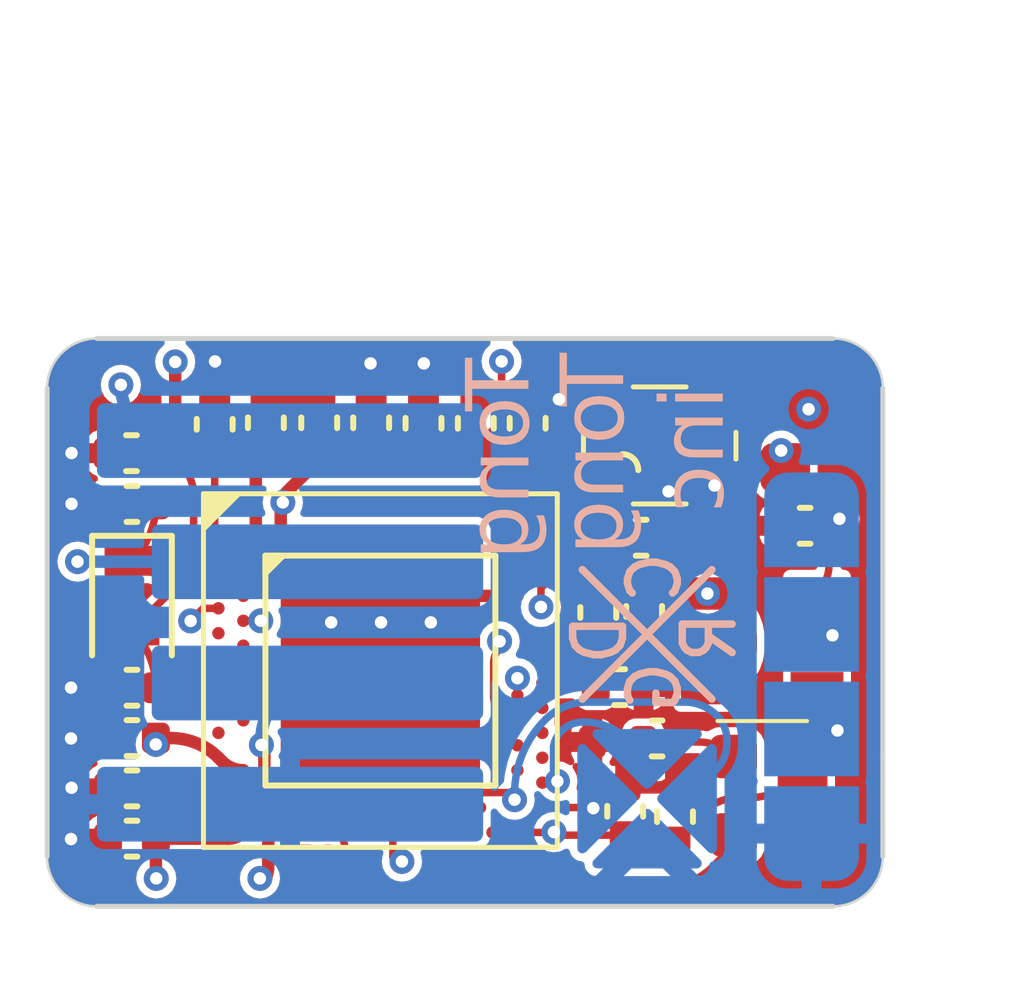
<source format=kicad_pcb>
(kicad_pcb (version 20221018) (generator pcbnew)
  (layers (0 "F.Cu" signal) (1 "In1.Cu" signal) (2 "In2.Cu" signal) (31 "B.Cu" signal) (34 "B.Paste" user) (35 "F.Paste" user) (36 "B.SilkS" user "B.Silkscreen") (37 "F.SilkS" user "F.Silkscreen") (38 "B.Mask" user) (39 "F.Mask" user) (44 "Edge.Cuts" user))
  (net 0 "")
  (net 1 "GND")
  (net 2 "Net-(U1-XC1)")
  (net 3 "Net-(U1-XC2)")
  (net 4 "Net-(U1-ANT)")
  (net 5 "VDD_nRF")
  (net 6 "Net-(U1-DEC1)")
  (net 7 "Net-(U1-DEC5)")
  (net 8 "Net-(U1-DEC4)")
  (net 9 "Net-(U1-DEC3)")
  (net 10 "Net-(U1-XL1{slash}P0.00)")
  (net 11 "Net-(U1-XL2{slash}P0.01)")
  (net 12 "VBUS")
  (net 13 "Net-(U1-DECUSB)")
  (net 14 "BLUE_LED")
  (net 15 "Net-(D1-K)")
  (net 16 "Net-(J1-D-)")
  (net 17 "Net-(L2-Pad1)")
  (net 18 "Net-(J1-D+)")
  (net 19 "Net-(U1-DCC)")
  (net 26 "swc")
  (net 31 "Net-(U1-P0.18{slash}~{RESET})")
  (net 34 "swd")
  (net 49 "P0.26")
  (net 50 "P0.27")
  (net 63 "P1.02")
  (net 64 "P1.01")
  (net 68 "P1.05")
  (net 69 "P1.07")
  (footprint "Library:Resistor_0402_1005M-nosilk" (layer "F.Cu") (at 177.45 90.1)
    (fp_text reference "R1" hide)
    (fp_text value "1.5k")
    (pad "1" smd roundrect (at -0.51 0) (size 0.54 0.64) (layers "F.Cu" "F.Paste" "F.Mask") (net 1 "GND"))
    (pad "2" smd roundrect (at 0.51 0) (size 0.54 0.64) (layers "F.Cu" "F.Paste" "F.Mask") (net 15 "Net-(D1-K)"))
  )
  (footprint "Capacitor_SMD:C_0402_1005Metric" (layer "F.Cu") (at 177.6 91.492132 -90)
    (fp_text reference "C8" hide)
    (fp_text value "100nF")
    (pad "1" smd roundrect (at -0.48 0 270) (size 0.56 0.62) (layers "F.Cu" "F.Paste" "F.Mask") (net 1 "GND"))
    (pad "2" smd roundrect (at 0.48 0 270) (size 0.56 0.62) (layers "F.Cu" "F.Paste" "F.Mask") (net 5 "VDD_nRF"))
  )
  (footprint "Capacitor_SMD:C_0402_1005Metric" (layer "F.Cu") (at 169.36278 83.722132 90)
    (fp_text reference "C14" hide)
    (fp_text value "1uF")
    (pad "1" smd roundrect (at -0.48 0 90) (size 0.56 0.62) (layers "F.Cu" "F.Paste" "F.Mask") (net 5 "VDD_nRF"))
    (pad "2" smd roundrect (at 0.48 0 90) (size 0.56 0.62) (layers "F.Cu" "F.Paste" "F.Mask") (net 1 "GND"))
  )
  (footprint "Capacitor_SMD:C_0402_1005Metric" (layer "F.Cu") (at 167.70278 92.042132 180)
    (fp_text reference "C21" hide)
    (fp_text value "4.7uF")
    (pad "1" smd roundrect (at -0.48 0 180) (size 0.56 0.62) (layers "F.Cu" "F.Paste" "F.Mask") (net 12 "VBUS"))
    (pad "2" smd roundrect (at 0.48 0 180) (size 0.56 0.62) (layers "F.Cu" "F.Paste" "F.Mask") (net 1 "GND"))
  )
  (footprint "Capacitor_SMD:C_0402_1005Metric" (layer "F.Cu") (at 167.70278 89.012132 180)
    (fp_text reference "C18" hide)
    (fp_text value "12pF")
    (pad "1" smd roundrect (at -0.48 0 180) (size 0.56 0.62) (layers "F.Cu" "F.Paste" "F.Mask") (net 11 "Net-(U1-XL2{slash}P0.01)"))
    (pad "2" smd roundrect (at 0.48 0 180) (size 0.56 0.62) (layers "F.Cu" "F.Paste" "F.Mask") (net 1 "GND"))
  )
  (footprint "Capacitor_SMD:C_0402_1005Metric" (layer "F.Cu") (at 167.70278 85.322132 180)
    (fp_text reference "C17" hide)
    (fp_text value "12pF")
    (pad "1" smd roundrect (at -0.48 0 180) (size 0.56 0.62) (layers "F.Cu" "F.Paste" "F.Mask") (net 10 "Net-(U1-XL1{slash}P0.00)"))
    (pad "2" smd roundrect (at 0.48 0 180) (size 0.56 0.62) (layers "F.Cu" "F.Paste" "F.Mask") (net 1 "GND"))
  )
  (footprint "Inductor_SMD:L_0402_1005Metric" (layer "F.Cu") (at 170.40278 83.702132 -90)
    (fp_text reference "L2" hide)
    (fp_text value "10uH")
    (pad "1" smd roundrect (at -0.485 0 270) (size 0.59 0.64) (layers "F.Cu" "F.Paste" "F.Mask") (net 17 "Net-(L2-Pad1)"))
    (pad "2" smd roundrect (at 0.485 0 270) (size 0.59 0.64) (layers "F.Cu" "F.Paste" "F.Mask") (net 19 "Net-(U1-DCC)"))
  )
  (footprint "" (layer "F.Cu") (at 180.81 84.6)
    (fp_text reference "" (at 0 0) (layer "F.SilkS") (effects (font (size 1.27 1.27))))
    (fp_text value "" (at 0 0) (layer "F.SilkS") (effects (font (size 1.27 1.27))))
    (pad "5" smd roundrect (at 0 0 180) (size 1 1) (layers "F.Cu" "F.Paste" "F.Mask") (net 68 "P1.05"))
  )
  (footprint "" (layer "F.Cu") (at 181.29 83.4)
    (fp_text reference "" (at 0 0) (layer "F.SilkS") (effects (font (size 1.27 1.27))))
    (fp_text value "" (at 0 0) (layer "F.SilkS") (effects (font (size 1.27 1.27))))
    (pad "5" smd roundrect (at 0 0 180) (size 1 1) (layers "F.Cu" "F.Paste" "F.Mask") (net 69 "P1.07"))
  )
  (footprint "Capacitor_SMD:C_0402_1005Metric" (layer "F.Cu") (at 173.55278 83.702132 90)
    (fp_text reference "C15" hide)
    (fp_text value "1uF")
    (pad "1" smd roundrect (at -0.48 0 90) (size 0.56 0.62) (layers "F.Cu" "F.Paste" "F.Mask") (net 8 "Net-(U1-DEC4)"))
    (pad "2" smd roundrect (at 0.48 0 90) (size 0.56 0.62) (layers "F.Cu" "F.Paste" "F.Mask") (net 1 "GND"))
  )
  (footprint "Inductor_SMD:L_0402_1005Metric" (layer "F.Cu") (at 171.46278 83.712132 90)
    (fp_text reference "L3" hide)
    (fp_text value "15nH")
    (pad "1" smd roundrect (at -0.485 0 90) (size 0.59 0.64) (layers "F.Cu" "F.Paste" "F.Mask") (net 8 "Net-(U1-DEC4)"))
    (pad "2" smd roundrect (at 0.485 0 90) (size 0.59 0.64) (layers "F.Cu" "F.Paste" "F.Mask") (net 17 "Net-(L2-Pad1)"))
  )
  (footprint "Capacitor_SMD:C_0402_1005Metric" (layer "F.Cu") (at 177.49 89 180)
    (fp_text reference "C9" hide)
    (fp_text value "820pF")
    (pad "1" smd roundrect (at -0.48 0 180) (size 0.56 0.62) (layers "F.Cu" "F.Paste" "F.Mask") (net 1 "GND"))
    (pad "2" smd roundrect (at 0.48 0 180) (size 0.56 0.62) (layers "F.Cu" "F.Paste" "F.Mask") (net 7 "Net-(U1-DEC5)"))
  )
  (footprint "Library:crystal 32mhz" (layer "F.Cu") (at 178.29278 84.152132)
    (fp_text reference "X1" hide)
    (fp_text value "32MHZ")
    (pad "1" smd roundrect (at -1.1 0.8) (size 1 0.9) (layers "F.Cu" "F.Paste" "F.Mask") (roundrect_rratio 0.1666666667) (net 2 "Net-(U1-XC1)"))
    (pad "2" smd roundrect (at 1.1 0.8) (size 1 0.9) (layers "F.Cu" "F.Paste" "F.Mask") (roundrect_rratio 0.1666666667) (net 1 "GND"))
    (pad "3" smd roundrect (at 1.1 -0.8) (size 1 0.9) (layers "F.Cu" "F.Paste" "F.Mask") (roundrect_rratio 0.1666666667) (net 3 "Net-(U1-XC2)"))
    (pad "4" smd roundrect (at -1.1 -0.8) (size 1 0.9) (layers "F.Cu" "F.Paste" "F.Mask") (roundrect_rratio 0.1666666667) (net 1 "GND"))
  )
  (footprint "Library:USB_Intergrated" (layer "F.Cu") (at 166 82 90)
    (fp_text reference "J1" hide)
    (fp_text value "USB_A")
    (pad "1" smd roundrect (at -2.05 4.875 270) (size 1.5 7.75) (layers "B.Cu" "B.Paste" "B.Mask") (roundrect_rratio 0.1) (net 12 "VBUS"))
    (pad "2" smd roundrect (at -4.483 5.425 270) (size 1.5 6.65) (layers "B.Cu" "B.Paste" "B.Mask") (roundrect_rratio 0.1) (net 16 "Net-(J1-D-)"))
    (pad "3" smd roundrect (at -6.917 5.425 270) (size 1.5 6.65) (layers "B.Cu" "B.Paste" "B.Mask") (roundrect_rratio 0.1) (net 18 "Net-(J1-D+)"))
    (pad "4" smd roundrect (at -9.35 4.875 270) (size 1.5 7.75) (layers "B.Cu" "B.Paste" "B.Mask") (roundrect_rratio 0.1) (net 1 "GND"))
  )
  (footprint "Capacitor_SMD:C_0402_1005Metric" (layer "F.Cu") (at 175.64278 83.702132 -90)
    (fp_text reference "C2" hide)
    (fp_text value "12pF")
    (pad "1" smd roundrect (at -0.48 0 270) (size 0.56 0.62) (layers "F.Cu" "F.Paste" "F.Mask") (net 1 "GND"))
    (pad "2" smd roundrect (at 0.48 0 270) (size 0.56 0.62) (layers "F.Cu" "F.Paste" "F.Mask") (net 3 "Net-(U1-XC2)"))
  )
  (footprint "Library:Debug pin cluster" (layer "F.Cu") (at 172.54 81.94 90)
    (fp_text reference "U4" hide)
    (fp_text value "debug_ports")
    (fp_text user "G" (at -7.06 5.650668 90 unlocked) (layer "B.SilkS") (effects (justify mirror)))
    (fp_text user "R" (at -6.055146 6.750668 90 unlocked) (layer "B.SilkS") (effects (justify mirror)))
    (fp_text user "inc" (at -2.28 6.5 90 unlocked) (layer "B.SilkS") (effects (font (size 1.25 1.25)) (justify mirror)))
    (fp_text user "Tong" (at -2.38 4.5 90 unlocked) (layer "B.SilkS") (effects (font (size 1.25 1.25)) (justify mirror)))
    (fp_text user "C" (at -4.86 5.650668 90 unlocked) (layer "B.SilkS") (effects (justify mirror)))
    (fp_text user "Tong" (at -2.48 2.6 90 unlocked) (layer "B.SilkS") (effects (font (size 1.25 1.25)) (justify mirror)))
    (fp_text user "D" (at -6.1 4.550668 90 unlocked) (layer "B.SilkS") (effects (justify mirror)))
    (pad "1" smd roundrect (at -10 8.8 180) (size 1.9 1.9) (layers "B.Cu" "B.Paste" "B.Mask") (chamfer_ratio 0) (chamfer bottom_left bottom_right) (net 1 "GND"))
    (pad "2" smd roundrect (at -7.9 8.8) (size 1.9 1.9) (layers "B.Cu" "B.Paste" "B.Mask") (chamfer_ratio 0) (chamfer top_left top_right bottom_left bottom_right) (net 49 "P0.26"))
    (pad "3" smd roundrect (at -5.8 8.8) (size 1.9 1.9) (layers "B.Cu" "B.Paste" "B.Mask") (chamfer_ratio 0) (chamfer top_left top_right bottom_left bottom_right) (net 50 "P0.27"))
    (pad "4" smd roundrect (at -3.7 8.8) (size 1.9 1.9) (layers "B.Cu" "B.Paste" "B.Mask") (chamfer_ratio 0) (chamfer bottom_left bottom_right) (net 5 "VDD_nRF"))
    (pad "5" smd custom (at -9.3 4.7 90) (size 0.5 0.5) (layers "B.Cu" "B.Paste" "B.Mask") (net 34 "swd") (options (clearance outline) (anchor rect)) (primitives (gr_poly (pts (xy -1 -0.5) (xy 1 -0.5) (xy 0 0.5)) (width 0.2) (fill yes))))
    (pad "6" smd custom (at -8.5 5.5) (size 0.5 0.5) (layers "B.Cu" "B.Paste" "B.Mask") (net 26 "swc") (options (clearance outline) (anchor rect)) (primitives (gr_poly (pts (xy -1 -0.5) (xy 1 -0.5) (xy 0 0.5)) (width 0.2) (fill yes))))
    (pad "7" smd custom (at -9.3 6.3 270) (size 0.5 0.5) (layers "B.Cu" "B.Paste" "B.Mask") (net 31 "Net-(U1-P0.18{slash}~{RESET})") (options (clearance outline) (anchor rect)) (primitives (gr_poly (pts (xy -1 -0.5) (xy 1 -0.5) (xy 0 0.5)) (width 0.2) (fill yes))))
    (pad "8" smd custom (at -10.1 5.5 180) (size 0.5 0.5) (layers "B.Cu" "B.Paste" "B.Mask") (net 1 "GND") (options (clearance outline) (anchor rect)) (primitives (gr_poly (pts (xy -1 -0.5) (xy 1 -0.5) (xy 0 0.5)) (width 0.2) (fill yes))))
  )
  (footprint "Capacitor_SMD:C_0402_1005Metric" (layer "F.Cu") (at 177.98 87.48 -90)
    (fp_text reference "C13" hide)
    (fp_text value "1uF")
    (pad "1" smd roundrect (at -0.48 0 270) (size 0.56 0.62) (layers "F.Cu" "F.Paste" "F.Mask") (net 12 "VBUS"))
    (pad "2" smd roundrect (at 0.48 0 270) (size 0.56 0.62) (layers "F.Cu" "F.Paste" "F.Mask") (net 1 "GND"))
  )
  (footprint "Capacitor_SMD:C_0402_1005Metric" (layer "F.Cu") (at 167.69278 84.302132 180)
    (fp_text reference "C5" hide)
    (fp_text value "100nF")
    (pad "1" smd roundrect (at -0.48 0 180) (size 0.56 0.62) (layers "F.Cu" "F.Paste" "F.Mask") (net 6 "Net-(U1-DEC1)"))
    (pad "2" smd roundrect (at 0.48 0 180) (size 0.56 0.62) (layers "F.Cu" "F.Paste" "F.Mask") (net 1 "GND"))
  )
  (footprint "Capacitor_SMD:C_0402_1005Metric" (layer "F.Cu") (at 167.70278 90.022132)
    (fp_text reference "C6" hide)
    (fp_text value "4.7uF")
    (pad "1" smd roundrect (at -0.48 0) (size 0.56 0.62) (layers "F.Cu" "F.Paste" "F.Mask") (net 1 "GND"))
    (pad "2" smd roundrect (at 0.48 0) (size 0.56 0.62) (layers "F.Cu" "F.Paste" "F.Mask") (net 5 "VDD_nRF"))
  )
  (footprint "Library:AQFN-73-1EP_7x7mm_P0.5mm_NRF52840-custom" (layer "F.Cu") (at 172.68778 88.667132)
    (fp_text reference "U1" hide)
    (fp_text value "nRF52840_aQFN73")
    (pad "A8" smd circle (at -1.25 -3.25 180) (size 0.25 0.25) (layers "F.Cu" "F.Paste" "F.Mask"))
    (pad "A10" smd circle (at -0.75 -3.25 180) (size 0.25 0.25) (layers "F.Cu" "F.Paste" "F.Mask"))
    (pad "A12" smd circle (at -0.25 -3.25 180) (size 0.25 0.25) (layers "F.Cu" "F.Paste" "F.Mask"))
    (pad "A14" smd circle (at 0.25 -3.25 180) (size 0.25 0.25) (layers "F.Cu" "F.Paste" "F.Mask"))
    (pad "A16" smd circle (at 0.75 -3.25 180) (size 0.25 0.25) (layers "F.Cu" "F.Paste" "F.Mask"))
    (pad "A18" smd circle (at 1.25 -3.25 180) (size 0.25 0.25) (layers "F.Cu" "F.Paste" "F.Mask"))
    (pad "A20" smd circle (at 1.75 -3.25 180) (size 0.25 0.25) (layers "F.Cu" "F.Paste" "F.Mask"))
    (pad "A22" smd circle (at 2.25 -3.25 180) (size 0.25 0.25) (layers "F.Cu" "F.Paste" "F.Mask") (net 5 "VDD_nRF"))
    (pad "A23" smd circle (at 2.75 -3.25 180) (size 0.25 0.25) (layers "F.Cu" "F.Paste" "F.Mask") (net 3 "Net-(U1-XC2)"))
    (pad "AA24" smd circle (at 3.25 2.25 180) (size 0.25 0.25) (layers "F.Cu" "F.Paste" "F.Mask") (net 26 "swc"))
    (pad "AB2" smd circle (at -2.75 2.5 180) (size 0.25 0.25) (layers "F.Cu" "F.Paste" "F.Mask"))
    (pad "AC5" smd circle (at -2 2.75 180) (size 0.25 0.25) (layers "F.Cu" "F.Paste" "F.Mask") (net 13 "Net-(U1-DECUSB)"))
    (pad "AC9" smd circle (at -1 2.75 180) (size 0.25 0.25) (layers "F.Cu" "F.Paste" "F.Mask"))
    (pad "AC11" smd circle (at -0.5 2.75 180) (size 0.25 0.25) (layers "F.Cu" "F.Paste" "F.Mask"))
    (pad "AC13" smd circle (at 0 2.75 180) (size 0.25 0.25) (layers "F.Cu" "F.Paste" "F.Mask") (net 31 "Net-(U1-P0.18{slash}~{RESET})"))
    (pad "AC15" smd circle (at 0.5 2.75 180) (size 0.25 0.25) (layers "F.Cu" "F.Paste" "F.Mask"))
    (pad "AC17" smd circle (at 1 2.75 180) (size 0.25 0.25) (layers "F.Cu" "F.Paste" "F.Mask"))
    (pad "AC19" smd circle (at 1.5 2.75 180) (size 0.25 0.25) (layers "F.Cu" "F.Paste" "F.Mask"))
    (pad "AC21" smd circle (at 2 2.75 180) (size 0.25 0.25) (layers "F.Cu" "F.Paste" "F.Mask"))
    (pad "AC24" smd circle (at 3.25 2.75 180) (size 0.25 0.25) (layers "F.Cu" "F.Paste" "F.Mask") (net 34 "swd"))
    (pad "AD2" smd circle (at -2.75 3.25 180) (size 0.25 0.25) (layers "F.Cu" "F.Paste" "F.Mask") (net 12 "VBUS"))
    (pad "AD4" smd circle (at -2.25 3.25 180) (size 0.25 0.25) (layers "F.Cu" "F.Paste" "F.Mask") (net 16 "Net-(J1-D-)"))
    (pad "AD6" smd circle (at -1.75 3.25 180) (size 0.25 0.25) (layers "F.Cu" "F.Paste" "F.Mask") (net 18 "Net-(J1-D+)"))
    (pad "AD8" smd circle (at -1.25 3.25 180) (size 0.25 0.25) (layers "F.Cu" "F.Paste" "F.Mask"))
    (pad "AD10" smd circle (at -0.75 3.25 180) (size 0.25 0.25) (layers "F.Cu" "F.Paste" "F.Mask") (net 14 "BLUE_LED"))
    (pad "AD12" smd circle (at -0.25 3.25 180) (size 0.25 0.25) (layers "F.Cu" "F.Paste" "F.Mask"))
    (pad "AD14" smd circle (at 0.25 3.25 180) (size 0.25 0.25) (layers "F.Cu" "F.Paste" "F.Mask") (net 5 "VDD_nRF"))
    (pad "AD16" smd circle (at 0.75 3.25 180) (size 0.25 0.25) (layers "F.Cu" "F.Paste" "F.Mask"))
    (pad "AD18" smd circle (at 1.25 3.25 180) (size 0.25 0.25) (layers "F.Cu" "F.Paste" "F.Mask"))
    (pad "AD20" smd circle (at 1.75 3.25 180) (size 0.25 0.25) (layers "F.Cu" "F.Paste" "F.Mask"))
    (pad "AD22" smd circle (at 2.25 3.25 180) (size 0.25 0.25) (layers "F.Cu" "F.Paste" "F.Mask"))
    (pad "AD23" smd circle (at 2.75 3.25 180) (size 0.25 0.25) (layers "F.Cu" "F.Paste" "F.Mask") (net 5 "VDD_nRF"))
    (pad "B1" smd circle (at -3.25 -2.75 180) (size 0.25 0.25) (layers "F.Cu" "F.Paste" "F.Mask") (net 5 "VDD_nRF"))
    (pad "B3" smd circle (at -2.5 -2.75 180) (size 0.25 0.25) (layers "F.Cu" "F.Paste" "F.Mask") (net 19 "Net-(U1-DCC)"))
    (pad "B5" smd circle (at -2 -2.75 180) (size 0.25 0.25) (layers "F.Cu" "F.Paste" "F.Mask") (net 8 "Net-(U1-DEC4)"))
    (pad "B7" smd circle (at -1.5 -2.75 180) (size 0.25 0.25) (layers "F.Cu" "F.Paste" "F.Mask") (net 1 "GND"))
    (pad "B9" smd circle (at -1 -2.75 180) (size 0.25 0.25) (layers "F.Cu" "F.Paste" "F.Mask"))
    (pad "B11" smd circle (at -0.5 -2.75 180) (size 0.25 0.25) (layers "F.Cu" "F.Paste" "F.Mask"))
    (pad "B13" smd circle (at 0 -2.75 180) (size 0.25 0.25) (layers "F.Cu" "F.Paste" "F.Mask"))
    (pad "B15" smd circle (at 0.5 -2.75 180) (size 0.25 0.25) (layers "F.Cu" "F.Paste" "F.Mask"))
    (pad "B17" smd circle (at 1 -2.75 180) (size 0.25 0.25) (layers "F.Cu" "F.Paste" "F.Mask"))
    (pad "B19" smd circle (at 1.5 -2.75 180) (size 0.25 0.25) (layers "F.Cu" "F.Paste" "F.Mask"))
    (pad "B24" smd circle (at 3.25 -2.75 180) (size 0.25 0.25) (layers "F.Cu" "F.Paste" "F.Mask") (net 2 "Net-(U1-XC1)"))
    (pad "C1" smd circle (at -3.25 -2.25 180) (size 0.25 0.25) (layers "F.Cu" "F.Paste" "F.Mask") (net 6 "Net-(U1-DEC1)"))
    (pad "D2" smd circle (at -2.75 -2 180) (size 0.25 0.25) (layers "F.Cu" "F.Paste" "F.Mask") (net 10 "Net-(U1-XL1{slash}P0.00)"))
    (pad "D23" smd circle (at 2.75 -2 180) (size 0.25 0.25) (layers "F.Cu" "F.Paste" "F.Mask") (net 9 "Net-(U1-DEC3)"))
    (pad "E24" smd circle (at 3.25 -1.75 180) (size 0.25 0.25) (layers "F.Cu" "F.Paste" "F.Mask") (net 8 "Net-(U1-DEC4)"))
    (pad "EP" smd rect (at 0 0 180) (size 4 4) (layers "F.Cu" "F.Mask") (net 1 "GND"))
    (pad "F2" smd circle (at -2.75 -1.5 180) (size 0.25 0.25) (layers "F.Cu" "F.Paste" "F.Mask") (net 11 "Net-(U1-XL2{slash}P0.01)"))
    (pad "F23" smd circle (at 2.75 -1.5 180) (size 0.25 0.25) (layers "F.Cu" "F.Paste" "F.Mask") (net 1 "GND"))
    (pad "G1" smd circle (at -3.25 -1.25 180) (size 0.25 0.25) (layers "F.Cu" "F.Paste" "F.Mask") (net 49 "P0.26"))
    (pad "H2" smd circle (at -2.75 -1 180) (size 0.25 0.25) (layers "F.Cu" "F.Paste" "F.Mask") (net 50 "P0.27"))
    (pad "H23" smd circle (at 2.75 -1 180) (size 0.25 0.25) (layers "F.Cu" "F.Paste" "F.Mask") (net 4 "Net-(U1-ANT)"))
    (pad "J1" smd circle (at -3.25 -0.75 180) (size 0.25 0.25) (layers "F.Cu" "F.Paste" "F.Mask"))
    (pad "J24" smd circle (at 3.25 -0.75 180) (size 0.25 0.25) (layers "F.Cu" "F.Paste" "F.Mask"))
    (pad "K2" smd circle (at -2.75 -0.5 180) (size 0.25 0.25) (layers "F.Cu" "F.Paste" "F.Mask"))
    (pad "L1" smd circle (at -3.25 -0.25 180) (size 0.25 0.25) (layers "F.Cu" "F.Paste" "F.Mask"))
    (pad "L24" smd circle (at 3.25 -0.25 180) (size 0.25 0.25) (layers "F.Cu" "F.Paste" "F.Mask"))
    (pad "M2" smd circle (at -2.75 0 180) (size 0.25 0.25) (layers "F.Cu" "F.Paste" "F.Mask"))
    (pad "N1" smd circle (at -3.25 0.25 180) (size 0.25 0.25) (layers "F.Cu" "F.Paste" "F.Mask"))
    (pad "N24" smd circle (at 3.25 0.25 180) (size 0.25 0.25) (layers "F.Cu" "F.Paste" "F.Mask") (net 7 "Net-(U1-DEC5)"))
    (pad "P2" smd circle (at -2.75 0.5 180) (size 0.25 0.25) (layers "F.Cu" "F.Paste" "F.Mask"))
    (pad "P23" smd circle (at 2.75 0.5 180) (size 0.25 0.25) (layers "F.Cu" "F.Paste" "F.Mask") (net 69 "P1.07"))
    (pad "R1" smd circle (at -3.25 0.75 180) (size 0.25 0.25) (layers "F.Cu" "F.Paste" "F.Mask"))
    (pad "R24" smd circle (at 3.25 0.75 180) (size 0.25 0.25) (layers "F.Cu" "F.Paste" "F.Mask"))
    (pad "T2" smd circle (at -2.75 1 180) (size 0.25 0.25) (layers "F.Cu" "F.Paste" "F.Mask"))
    (pad "T23" smd circle (at 2.75 1 180) (size 0.25 0.25) (layers "F.Cu" "F.Paste" "F.Mask") (net 68 "P1.05"))
    (pad "U1" smd circle (at -3.25 1.25 180) (size 0.25 0.25) (layers "F.Cu" "F.Paste" "F.Mask"))
    (pad "U24" smd circle (at 3.25 1.25 180) (size 0.25 0.25) (layers "F.Cu" "F.Paste" "F.Mask"))
    (pad "V23" smd circle (at 2.75 1.5 180) (size 0.25 0.25) (layers "F.Cu" "F.Paste" "F.Mask"))
    (pad "W1" smd circle (at -3.25 1.75 180) (size 0.25 0.25) (layers "F.Cu" "F.Paste" "F.Mask") (net 5 "VDD_nRF"))
    (pad "W24" smd circle (at 3.25 1.75 180) (size 0.25 0.25) (layers "F.Cu" "F.Paste" "F.Mask") (net 63 "P1.02"))
    (pad "Y2" smd circle (at -2.75 2 180) (size 0.25 0.25) (layers "F.Cu" "F.Paste" "F.Mask") (net 5 "VDD_nRF"))
    (pad "Y23" smd circle (at 2.75 2 180) (size 0.25 0.25) (layers "F.Cu" "F.Paste" "F.Mask") (net 64 "P1.01"))
  )
  (footprint "Library:LED_0603_1608Metric-nosilk" (layer "F.Cu") (at 179.77 91.18 -90)
    (fp_text reference "D1" hide)
    (fp_text value "BLUE" hide)
    (pad "1" smd roundrect (at -0.7875 0 270) (size 0.875 0.95) (layers "F.Cu" "F.Paste" "F.Mask") (net 15 "Net-(D1-K)"))
    (pad "2" smd roundrect (at 0.7875 0 270) (size 0.875 0.95) (layers "F.Cu" "F.Paste" "F.Mask") (net 14 "BLUE_LED"))
  )
  (footprint "" (layer "F.Cu") (at 181.16 90.73 180)
    (fp_text reference "" hide)
    (fp_text value "" (at 0 0) (layer "F.SilkS") (effects (font (size 1.27 1.27))))
    (pad "5" smd roundrect (at 0 0 180) (size 1 1) (layers "F.Cu" "F.Paste" "F.Mask") (net 5 "VDD_nRF"))
  )
  (footprint "Capacitor_SMD:C_0402_1005Metric" (layer "F.Cu") (at 177.06 87.5 90)
    (fp_text reference "C11" hide)
    (fp_text value "100pF")
    (pad "1" smd roundrect (at -0.48 0 90) (size 0.56 0.62) (layers "F.Cu" "F.Paste" "F.Mask") (net 1 "GND"))
    (pad "2" smd roundrect (at 0.48 0 90) (size 0.56 0.62) (layers "F.Cu" "F.Paste" "F.Mask") (net 9 "Net-(U1-DEC3)"))
  )
  (footprint "" (layer "F.Cu") (at 181.16 91.93 180)
    (fp_text reference "" hide)
    (fp_text value "" (at 0 0) (layer "F.SilkS") (effects (font (size 1.27 1.27))))
    (pad "5" smd roundrect (at 0 0 180) (size 1 1) (layers "F.Cu" "F.Paste" "F.Mask") (net 1 "GND"))
  )
  (footprint "Capacitor_SMD:C_0402_1005Metric" (layer "F.Cu") (at 178.6 91.6 -90)
    (fp_text reference "C7" hide)
    (fp_text value "100nF")
    (pad "1" smd roundrect (at -0.48 0 270) (size 0.56 0.62) (layers "F.Cu" "F.Paste" "F.Mask") (net 1 "GND"))
    (pad "2" smd roundrect (at 0.48 0 270) (size 0.56 0.62) (layers "F.Cu" "F.Paste" "F.Mask") (net 5 "VDD_nRF"))
  )
  (footprint "Crystal:Crystal_SMD_2012-2Pin_2.0x1.2mm" (layer "F.Cu") (at 167.70278 87.162132 -90)
    (fp_text reference "X2" hide)
    (fp_text value "32.768 kHz")
    (pad "1" smd rect (at -0.7 0 270) (size 0.6 1.1) (layers "F.Cu" "F.Paste" "F.Mask") (net 10 "Net-(U1-XL1{slash}P0.00)"))
    (pad "2" smd rect (at 0.7 0 270) (size 0.6 1.1) (layers "F.Cu" "F.Paste" "F.Mask") (net 11 "Net-(U1-XL2{slash}P0.01)"))
  )
  (footprint "Capacitor_SMD:C_0402_1005Metric" (layer "F.Cu") (at 174.60278 83.702132 90)
    (fp_text reference "C12" hide)
    (fp_text value "100nF")
    (pad "1" smd roundrect (at -0.48 0 90) (size 0.56 0.62) (layers "F.Cu" "F.Paste" "F.Mask") (net 5 "VDD_nRF"))
    (pad "2" smd roundrect (at 0.48 0 90) (size 0.56 0.62) (layers "F.Cu" "F.Paste" "F.Mask") (net 1 "GND"))
  )
  (footprint "Capacitor_SMD:C_0402_1005Metric" (layer "F.Cu") (at 167.70278 91.032132)
    (fp_text reference "C20" hide)
    (fp_text value "4.7uF")
    (pad "1" smd roundrect (at -0.48 0) (size 0.56 0.62) (layers "F.Cu" "F.Paste" "F.Mask") (net 1 "GND"))
    (pad "2" smd roundrect (at 0.48 0) (size 0.56 0.62) (layers "F.Cu" "F.Paste" "F.Mask") (net 13 "Net-(U1-DECUSB)"))
  )
  (footprint "Capacitor_SMD:C_0402_1005Metric" (layer "F.Cu") (at 177.92 86 180)
    (fp_text reference "C1" hide)
    (fp_text value "12pF")
    (pad "1" smd roundrect (at -0.48 0 180) (size 0.56 0.62) (layers "F.Cu" "F.Paste" "F.Mask") (net 1 "GND"))
    (pad "2" smd roundrect (at 0.48 0 180) (size 0.56 0.62) (layers "F.Cu" "F.Paste" "F.Mask") (net 2 "Net-(U1-XC1)"))
  )
  (footprint "Capacitor_SMD:C_0402_1005Metric" (layer "F.Cu") (at 172.50278 83.692132 90)
    (fp_text reference "C10" hide)
    (fp_text value "47nF")
    (pad "1" smd roundrect (at -0.48 0 90) (size 0.56 0.62) (layers "F.Cu" "F.Paste" "F.Mask") (net 8 "Net-(U1-DEC4)"))
    (pad "2" smd roundrect (at 0.48 0 90) (size 0.56 0.62) (layers "F.Cu" "F.Paste" "F.Mask") (net 1 "GND"))
  )
  (footprint "Package_TO_SOT_SMD:SOT-23-5" (layer "F.Cu") (at 180.35 88.07)
    (fp_text reference "U3" hide)
    (fp_text value "AP2112K-3.3")
    (pad "1" smd rect (at -1.1 -0.95) (size 1.06 0.65) (layers "F.Cu" "F.Paste" "F.Mask") (net 12 "VBUS"))
    (pad "2" smd rect (at -1.1 0) (size 1.06 0.65) (layers "F.Cu" "F.Paste" "F.Mask") (net 1 "GND"))
    (pad "3" smd rect (at -1.1 0.95) (size 1.06 0.65) (layers "F.Cu" "F.Paste" "F.Mask") (net 12 "VBUS"))
    (pad "4" smd rect (at 1.1 0.95) (size 1.06 0.65) (layers "F.Cu" "F.Paste" "F.Mask"))
    (pad "5" smd rect (at 1.1 -0.95) (size 1.06 0.65) (layers "F.Cu" "F.Paste" "F.Mask") (net 5 "VDD_nRF"))
  )
  (footprint "Capacitor_SMD:C_0402_1005Metric" (layer "F.Cu") (at 181.21 85.76 180)
    (fp_text reference "C16" hide)
    (fp_text value "1uF")
    (pad "1" smd roundrect (at -0.48 0 180) (size 0.56 0.62) (layers "F.Cu" "F.Paste" "F.Mask") (net 5 "VDD_nRF"))
    (pad "2" smd roundrect (at 0.48 0 180) (size 0.56 0.62) (layers "F.Cu" "F.Paste" "F.Mask") (net 1 "GND"))
  )
  (gr_line (start 170.03 83.584296) (end 170.03 83.799968) (stroke (width 0.12)) (layer "F.SilkS"))
  (gr_line (start 178.132164 89.67) (end 178.347836 89.67) (stroke (width 0.12)) (layer "F.SilkS"))
  (gr_line (start 178.132164 90.39) (end 178.347836 90.39) (stroke (width 0.12)) (layer "F.SilkS"))
  (gr_line (start 171.82 83.584296) (end 171.82 83.799968) (stroke (width 0.12)) (layer "F.SilkS"))
  (gr_line (start 171.1 83.584296) (end 171.1 83.799968) (stroke (width 0.12)) (layer "F.SilkS"))
  (gr_line (start 170.75 83.584296) (end 170.75 83.799968) (stroke (width 0.12)) (layer "F.SilkS"))
  (gr_line (start 181.77 82) (end 167 82) (stroke (width 0.1)) (layer "Edge.Cuts"))
  (gr_arc (start 166 83) (mid 166.292893 82.292893) (end 167 82) (stroke (width 0.05)) (layer "Edge.Cuts"))
  (gr_arc (start 181.77 82) (mid 182.477107 82.292893) (end 182.77 83) (stroke (width 0.05)) (layer "Edge.Cuts"))
  (gr_line (start 166 92.4) (end 166 83) (stroke (width 0.1)) (layer "Edge.Cuts"))
  (gr_line (start 167 93.4) (end 181.77 93.4) (stroke (width 0.1)) (layer "Edge.Cuts"))
  (gr_line (start 182.77 90.4) (end 182.77 92.4) (stroke (width 0.1)) (layer "Edge.Cuts"))
  (gr_arc (start 182.77 92.4) (mid 182.477107 93.107107) (end 181.77 93.4) (stroke (width 0.05)) (layer "Edge.Cuts"))
  (gr_line (start 182.77 90.4) (end 182.77 83) (stroke (width 0.1)) (layer "Edge.Cuts"))
  (gr_arc (start 167 93.4) (mid 166.292893 93.107107) (end 166 92.4) (stroke (width 0.05)) (layer "Edge.Cuts"))
  (segment (start 171.18778 85.917132) (end 171.18778 87.167132) (width 0.25) (layer "F.Cu") (net 1))
  (segment (start 166.51532 85.32) (end 166.518726 85.323406) (width 0.25) (layer "F.Cu") (net 1))
  (segment (start 166.49 85.32) (end 166.51532 85.32) (width 0.25) (layer "F.Cu") (net 1))
  (segment (start 173.5 87.7) (end 174.032868 87.167132) (width 0.25) (layer "F.Cu") (net 1))
  (segment (start 172.50278 83.212132) (end 172.50278 82.51278) (width 0.25) (layer "F.Cu") (net 1))
  (segment (start 169.36278 83.242132) (end 169.36278 82.46722) (width 0.25) (layer "F.Cu") (net 1))
  (segment (start 166.522132 85.322132) (end 167.22278 85.322132) (width 0.25) (layer "F.Cu") (net 1))
  (segment (start 171.18778 87.167132) (end 172.68778 88.667132) (width 0.25) (layer "F.Cu") (net 1))
  (segment (start 178.4 86) (end 178.4 85.238994) (width 0.15) (layer "F.Cu") (net 1))
  (segment (start 167.21278 84.302132) (end 166.492132 84.302132) (width 0.25) (layer "F.Cu") (net 1))
  (segment (start 178.339584 91.012132) (end 177.6 91.012132) (width 0.25) (layer "F.Cu") (net 1))
  (segment (start 175.64278 83.222132) (end 176.267868 83.222132) (width 0.25) (layer "F.Cu") (net 1))
  (segment (start 179.25 88.07) (end 178.245563 88.07) (width 0.15) (layer "F.Cu") (net 1))
  (segment (start 167.22278 90.022132) (end 166.487868 90.022132) (width 0.25) (layer "F.Cu") (net 1))
  (segment (start 167.22278 91.032132) (end 166.502132 91.032132) (width 0.25) (layer "F.Cu") (net 1))
  (segment (start 177.19278 83.352132) (end 176.402132 83.352132) (width 0.25) (layer "F.Cu") (net 1))
  (segment (start 173.55278 82.50722) (end 173.56 82.5) (width 0.15) (layer "F.Cu") (net 1))
  (segment (start 173.55278 83.222132) (end 173.55278 82.50722) (width 0.15) (layer "F.Cu") (net 1))
  (segment (start 173.5 87.7) (end 173.5 87.854912) (width 0.25) (layer "F.Cu") (net 1))
  (segment (start 179.39278 84.952132) (end 178.587868 84.952132) (width 0.25) (layer "F.Cu") (net 1))
  (segment (start 173.5 87.854912) (end 172.68778 88.667132) (width 0.25) (layer "F.Cu") (net 1))
  (segment (start 167.22278 89.012132) (end 166.482132 89.012132) (width 0.25) (layer "F.Cu") (net 1))
  (segment (start 167.22278 92.042132) (end 166.487868 92.042132) (width 0.25) (layer "F.Cu") (net 1))
  (segment (start 174.032868 87.167132) (end 175.43778 87.167132) (width 0.25) (layer "F.Cu") (net 1))
  (via (at 171.7 87.7) (size 0.5) (drill 0.25) (layers "F.Cu" "B.Cu") (net 1))
  (via (at 173.56 82.5) (size 0.5) (drill 0.25) (layers "F.Cu" "B.Cu") (net 1))
  (via (at 172.7 87.7) (size 0.5) (drill 0.25) (layers "F.Cu" "B.Cu") (net 1))
  (via (at 166.48 92.05) (size 0.5) (drill 0.25) (layers "F.Cu" "B.Cu") (net 1))
  (via (at 176.27 83.22) (size 0.5) (drill 0.25) (layers "F.Cu" "B.Cu") (net 1))
  (via (at 178.47 85.07) (size 0.5) (drill 0.25) (layers "F.Cu" "B.Cu") (net 1))
  (via (at 166.49 85.32) (size 0.5) (drill 0.25) (layers "F.Cu" "B.Cu") (net 1))
  (via (at 166.49 91.02) (size 0.5) (drill 0.25) (layers "F.Cu" "B.Cu") (net 1))
  (via (at 179.39278 84.952132) (size 0.5) (drill 0.25) (layers "F.Cu" "B.Cu") (net 1))
  (via (at 173.7 87.7) (size 0.5) (drill 0.25) (layers "F.Cu" "B.Cu") (net 1))
  (via (at 166.49 84.3) (size 0.5) (drill 0.25) (layers "F.Cu" "B.Cu") (net 1))
  (via (at 166.48 90.03) (size 0.5) (drill 0.25) (layers "F.Cu" "B.Cu") (net 1))
  (via (at 166.48 89.01) (size 0.5) (drill 0.25) (layers "F.Cu" "B.Cu") (net 1))
  (via (at 169.37 82.46) (size 0.5) (drill 0.25) (layers "F.Cu" "B.Cu") (net 1))
  (via (at 172.49 82.5) (size 0.5) (drill 0.25) (layers "F.Cu" "B.Cu") (net 1))
  (arc (start 172.50278 82.51278) (mid 172.499037 82.503743) (end 172.49 82.5) (width 0.25) (layer "F.Cu") (net 1))
  (arc (start 166.487868 90.022132) (mid 166.482304 90.024436) (end 166.48 90.03) (width 0.25) (layer "F.Cu") (net 1))
  (arc (start 166.518726 85.323406) (mid 166.521316 85.32197) (end 166.522132 85.322132) (width 0.25) (layer "F.Cu") (net 1))
  (arc (start 176.402132 83.352132) (mid 176.308701 83.313431) (end 176.27 83.22) (width 0.25) (layer "F.Cu") (net 1))
  (arc (start 176.267868 83.222132) (mid 176.269376 83.221508) (end 176.27 83.22) (width 0.25) (layer "F.Cu") (net 1))
  (arc (start 179.39278 84.952132) (mid 179.628451 84.905254) (end 179.828243 84.771758) (width 0.15) (layer "F.Cu") (net 1))
  (arc (start 166.487868 92.042132) (mid 166.482304 92.044436) (end 166.48 92.05) (width 0.25) (layer "F.Cu") (net 1))
  (arc (start 166.482132 89.012132) (mid 166.480624 89.011508) (end 166.48 89.01) (width 0.25) (layer "F.Cu") (net 1))
  (arc (start 178.587868 84.952132) (mid 178.504523 84.986655) (end 178.47 85.07) (width 0.25) (layer "F.Cu") (net 1))
  (arc (start 166.502132 91.032132) (mid 166.493553 91.028579) (end 166.49 91.02) (width 0.25) (layer "F.Cu") (net 1))
  (arc (start 166.492132 84.302132) (mid 166.490624 84.301508) (end 166.49 84.3) (width 0.25) (layer "F.Cu") (net 1))
  (arc (start 169.36278 82.46722) (mid 169.364895 82.462115) (end 169.37 82.46) (width 0.25) (layer "F.Cu") (net 1))
  (arc (start 178.245563 88.07) (mid 178.101842 88.041412) (end 177.98 87.96) (width 0.15) (layer "F.Cu") (net 1))
  (arc (start 178.4 85.238994) (mid 178.418193 85.147536) (end 178.47 85.07) (width 0.15) (layer "F.Cu") (net 1))
  (arc (start 178.6 91.12) (mid 178.48052 91.040166) (end 178.339584 91.012132) (width 0.25) (layer "F.Cu") (net 1))
  (segment (start 175.93778 85.917132) (end 176.75278 85.102132) (width 0.15) (layer "F.Cu") (net 2))
  (segment (start 177.44 86) (end 177.44 85.548973) (width 0.15) (layer "F.Cu") (net 2))
  (segment (start 176.75278 85.102132) (end 177.19278 85.102132) (width 0.15) (layer "F.Cu") (net 2))
  (arc (start 177.44 85.548973) (mid 177.37575 85.225965) (end 177.19278 84.952132) (width 0.15) (layer "F.Cu") (net 2))
  (segment (start 178.59278 84.152132) (end 179.39278 83.352132) (width 0.15) (layer "F.Cu") (net 3))
  (segment (start 175.43778 85.417132) (end 176.70278 84.152132) (width 0.15) (layer "F.Cu") (net 3))
  (segment (start 175.64278 84.182132) (end 176.67278 84.182132) (width 0.15) (layer "F.Cu") (net 3))
  (segment (start 176.70278 84.152132) (end 178.59278 84.152132) (width 0.15) (layer "F.Cu") (net 3))
  (segment (start 176.67278 84.182132) (end 176.70278 84.152132) (width 0.15) (layer "F.Cu") (net 3))
  (segment (start 168.18278 90.022132) (end 168.484166 90.022132) (width 0.25) (layer "F.Cu") (net 5))
  (segment (start 177.545 91.917132) (end 177.6 91.972132) (width 0.15) (layer "F.Cu") (net 5))
  (segment (start 168.18278 90.14722) (end 168.18278 90.022132) (width 0.15) (layer "F.Cu") (net 5))
  (segment (start 177.6 91.972132) (end 176.232132 91.972132) (width 0.15) (layer "F.Cu") (net 5))
  (segment (start 178.492132 91.972132) (end 177.6 91.972132) (width 0.15) (layer "F.Cu") (net 5))
  (segment (start 178.6 92.08) (end 179.170086 91.509914) (width 0.15) (layer "F.Cu") (net 5))
  (segment (start 173.12 92.5) (end 172.93778 92.40778) (width 0.15) (layer "F.Cu") (net 5))
  (segment (start 169.36278 85.736066) (end 169.36278 84.202132) (width 0.15) (layer "F.Cu") (net 5))
  (segment (start 175.12 83.664912) (end 175.12 82.46) (width 0.15) (layer "F.Cu") (net 5))
  (segment (start 179.87 91.22) (end 180.070274 91.22) (width 0.15) (layer "F.Cu") (net 5))
  (segment (start 172.93778 92.40778) (end 172.93778 91.917132) (width 0.15) (layer "F.Cu") (net 5))
  (segment (start 175.43778 91.917132) (end 176.162868 91.917132) (width 0.15) (layer "F.Cu") (net 5))
  (segment (start 181.69 86.540589) (end 181.69 85.76) (width 0.15) (layer "F.Cu") (net 5))
  (segment (start 168.18 90.15) (end 168.18278 90.14722) (width 0.15) (layer "F.Cu") (net 5))
  (segment (start 168.57 83.409352) (end 169.36278 84.202132) (width 0.25) (layer "F.Cu") (net 5))
  (segment (start 168.57 82.47) (end 168.57 83.409352) (width 0.25) (layer "F.Cu") (net 5))
  (segment (start 174.60278 84.182132) (end 175.12 83.664912) (width 0.15) (layer "F.Cu") (net 5))
  (segment (start 181.16 90.73) (end 181.094069 90.795931) (width 0.15) (layer "F.Cu") (net 5))
  (segment (start 169.511004 90.490355) (end 169.43778 90.417132) (width 0.25) (layer "F.Cu") (net 5))
  (segment (start 181.69 85.76) (end 181.780502 85.669498) (width 0.15) (layer "F.Cu") (net 5))
  (segment (start 174.93778 84.990893) (end 174.93778 85.417132) (width 0.25) (layer "F.Cu") (net 5))
  (segment (start 178.6 92.08) (end 178.492132 91.972132) (width 0.15) (layer "F.Cu") (net 5))
  (via (at 168.18 90.15) (size 0.5) (drill 0.25) (layers "F.Cu" "B.Cu") (net 5))
  (via (at 181.9 85.62) (size 0.5) (drill 0.25) (layers "F.Cu" "B.Cu") (net 5))
  (via (at 173.12 92.5) (size 0.5) (drill 0.25) (layers "F.Cu" "B.Cu") (net 5))
  (via (at 175.12 82.46) (size 0.5) (drill 0.25) (layers "F.Cu" "B.Cu") (net 5))
  (via (at 176.17 91.91) (size 0.5) (drill 0.25) (layers "F.Cu" "B.Cu") (net 5))
  (via (at 168.57 82.47) (size 0.5) (drill 0.25) (layers "F.Cu" "B.Cu") (net 5))
  (arc (start 169.93778 90.667132) (mid 169.70681 90.621189) (end 169.511004 90.490355) (width 0.25) (layer "F.Cu") (net 5))
  (arc (start 169.43778 85.917132) (mid 169.382271 85.834059) (end 169.36278 85.736066) (width 0.15) (layer "F.Cu") (net 5))
  (arc (start 176.232132 91.972132) (mid 176.188198 91.953934) (end 176.17 91.91) (width 0.15) (layer "F.Cu") (net 5))
  (arc (start 177.467219 91.917132) (mid 177.539079 91.931426) (end 177.6 91.972132) (width 0.25) (layer "F.Cu") (net 5))
  (arc (start 181.780502 85.669498) (mid 181.835327 85.632865) (end 181.9 85.62) (width 0.15) (layer "F.Cu") (net 5))
  (arc (start 174.60278 84.182132) (mid 174.850716 84.553195) (end 174.93778 84.990893) (width 0.25) (layer "F.Cu") (net 5))
  (arc (start 176.162868 91.917132) (mid 176.167911 91.915043) (end 176.17 91.91) (width 0.15) (layer "F.Cu") (net 5))
  (arc (start 168.484166 90.022132) (mid 169.000258 90.124789) (end 169.43778 90.417132) (width 0.25) (layer "F.Cu") (net 5))
  (arc (start 180.070274 91.22) (mid 180.624348 91.109788) (end 181.094069 90.795931) (width 0.15) (layer "F.Cu") (net 5))
  (arc (start 181.45 87.12) (mid 181.627626 86.854165) (end 181.69 86.540589) (width 0.15) (layer "F.Cu") (net 5))
  (arc (start 179.170086 91.509914) (mid 179.491209 91.295347) (end 179.87 91.22) (width 0.15) (layer "F.Cu") (net 5))
  (segment (start 168.69 84.54) (end 168.649664 84.499664) (width 0.15) (layer "F.Cu") (net 6))
  (segment (start 168.94 85.919352) (end 168.94 85.143553) (width 0.15) (layer "F.Cu") (net 6))
  (arc (start 169.43778 86.417132) (mid 169.085796 86.271336) (end 168.94 85.919352) (width 0.15) (layer "F.Cu") (net 6))
  (arc (start 168.94 85.143553) (mid 168.875027 84.816912) (end 168.69 84.54) (width 0.15) (layer "F.Cu") (net 6))
  (arc (start 168.649664 84.499664) (mid 168.430868 84.353469) (end 168.17278 84.302132) (width 0.15) (layer "F.Cu") (net 6))
  (segment (start 177.01 89) (end 176.137841 89) (width 0.15) (layer "F.Cu") (net 7))
  (arc (start 176.137841 89) (mid 176.029569 88.978463) (end 175.93778 88.917132) (width 0.15) (layer "F.Cu") (net 7))
  (segment (start 175.91 86.944912) (end 175.93778 86.917132) (width 0.15) (layer "F.Cu") (net 8))
  (segment (start 175.91 87.39) (end 175.91 86.944912) (width 0.15) (layer "F.Cu") (net 8))
  (segment (start 171.300083 84.589917) (end 170.821924 85.068076) (width 0.25) (layer "F.Cu") (net 8))
  (segment (start 173.55278 84.182132) (end 171.498993 84.182132) (width 0.25) (layer "F.Cu") (net 8))
  (segment (start 170.68778 85.917132) (end 170.68778 85.33222) (width 0.25) (layer "F.Cu") (net 8))
  (via (at 175.91 87.39) (size 0.5) (drill 0.25) (layers "F.Cu" "B.Cu") (net 8))
  (via (at 170.73 85.29) (size 0.5) (drill 0.25) (layers "F.Cu" "B.Cu") (net 8))
  (arc (start 171.46278 84.197132) (mid 171.420497 84.409706) (end 171.300083 84.589917) (width 0.25) (layer "F.Cu") (net 8))
  (arc (start 170.68778 85.33222) (mid 170.700146 85.302366) (end 170.73 85.29) (width 0.25) (layer "F.Cu") (net 8))
  (arc (start 170.821924 85.068076) (mid 170.75389 85.169895) (end 170.73 85.29) (width 0.25) (layer "F.Cu") (net 8))
  (arc (start 171.498993 84.182132) (mid 171.479395 84.18603) (end 171.46278 84.197132) (width 0.25) (layer "F.Cu") (net 8))
  (segment (start 176.729203 86.689203) (end 177.06 87.02) (width 0.15) (layer "F.Cu") (net 9))
  (segment (start 175.913698 86.47) (end 176.2 86.47) (width 0.15) (layer "F.Cu") (net 9))
  (arc (start 176.2 86.47) (mid 176.486403 86.526969) (end 176.729203 86.689203) (width 0.15) (layer "F.Cu") (net 9))
  (arc (start 175.43778 86.667132) (mid 175.656133 86.521233) (end 175.913698 86.47) (width 0.15) (layer "F.Cu") (net 9))
  (segment (start 169.93778 86.667132) (end 169.868269 86.736643) (width 0.15) (layer "F.Cu") (net 10))
  (segment (start 167.68947 86.448823) (end 167.70278 86.462132) (width 0.15) (layer "F.Cu") (net 10))
  (segment (start 167.70278 86.462132) (end 167.716089 86.448823) (width 0.15) (layer "F.Cu") (net 10))
  (segment (start 169.868269 86.736643) (end 168.365508 86.736643) (width 0.15) (layer "F.Cu") (net 10))
  (arc (start 168.365508 86.736643) (mid 168.006842 86.6653) (end 167.70278 86.462132) (width 0.15) (layer "F.Cu") (net 10))
  (arc (start 167.716089 86.448823) (mid 168.061491 85.931893) (end 168.18278 85.322132) (width 0.15) (layer "F.Cu") (net 10))
  (segment (start 167.709018 87.868371) (end 167.70278 87.862132) (width 0.15) (layer "F.Cu") (net 11))
  (segment (start 167.696542 87.868371) (end 167.70278 87.862132) (width 0.15) (layer "F.Cu") (net 11))
  (segment (start 169.751567 87.09) (end 168.67 87.09) (width 0.15) (layer "F.Cu") (net 11))
  (segment (start 168.336964 87.227948) (end 167.70278 87.862132) (width 0.15) (layer "F.Cu") (net 11))
  (arc (start 168.67 87.09) (mid 168.489762 87.125852) (end 168.336964 87.227948) (width 0.15) (layer "F.Cu") (net 11))
  (arc (start 168.18278 89.012132) (mid 168.059653 88.393133) (end 167.709018 87.868371) (width 0.15) (layer "F.Cu") (net 11))
  (arc (start 169.93778 87.167132) (mid 169.852345 87.110046) (end 169.751567 87.09) (width 0.15) (layer "F.Cu") (net 11))
  (segment (start 180.17 88.197738) (end 180.17 88.03) (width 0.15) (layer "F.Cu") (net 12))
  (segment (start 179.26 87.12) (end 179.25 87.12) (width 0.15) (layer "F.Cu") (net 12))
  (segment (start 169.636004 92.042132) (end 168.18278 92.042132) (width 0.25) (layer "F.Cu") (net 12))
  (segment (start 168.18278 92.042132) (end 168.18278 92.83278) (width 0.25) (layer "F.Cu") (net 12))
  (segment (start 178.960295 87) (end 177.98 87) (width 0.15) (layer "F.Cu") (net 12))
  (segment (start 179.25 89.02) (end 179.347738 89.02) (width 0.15) (layer "F.Cu") (net 12))
  (via (at 167.48 82.93) (size 0.5) (drill 0.25) (layers "F.Cu" "B.Cu") (net 12))
  (via (at 179.25 87.12) (size 0.5) (drill 0.25) (layers "F.Cu" "B.Cu") (net 12))
  (via (at 168.19 92.84) (size 0.5) (drill 0.25) (layers "F.Cu" "B.Cu") (net 12))
  (arc (start 179.347738 89.02) (mid 179.929165 88.779165) (end 180.17 88.197738) (width 0.15) (layer "F.Cu") (net 12))
  (arc (start 169.93778 91.917132) (mid 169.799324 92.009646) (end 169.636004 92.042132) (width 0.25) (layer "F.Cu") (net 12))
  (arc (start 180.17 88.03) (mid 179.903467 87.386533) (end 179.26 87.12) (width 0.15) (layer "F.Cu") (net 12))
  (arc (start 168.18278 92.83278) (mid 168.184895 92.837885) (end 168.19 92.84) (width 0.25) (layer "F.Cu") (net 12))
  (arc (start 179.25 87.12) (mid 179.117083 87.031187) (end 178.960295 87) (width 0.15) (layer "F.Cu") (net 12))
  (segment (start 170.875 84.05) (end 168.6 84.05) (width 0.25) (layer "B.Cu") (net 12))
  (arc (start 168.6 84.05) (mid 167.80804 83.72196) (end 167.48 82.93) (width 0.25) (layer "B.Cu") (net 12))
  (segment (start 170.56278 91.542132) (end 169.414028 91.542132) (width 0.15) (layer "F.Cu") (net 13))
  (segment (start 170.68778 91.417132) (end 170.56278 91.542132) (width 0.15) (layer "F.Cu") (net 13))
  (arc (start 169.414028 91.542132) (mid 168.747681 91.409587) (end 168.18278 91.032132) (width 0.15) (layer "F.Cu") (net 13))
  (segment (start 173.000648 92.98) (end 178.470884 92.98) (width 0.15) (layer "F.Cu") (net 14))
  (segment (start 179.34 92.62) (end 179.612668 92.347332) (width 0.15) (layer "F.Cu") (net 14))
  (arc (start 179.612668 92.347332) (mid 179.729111 92.173064) (end 179.77 91.9675) (width 0.15) (layer "F.Cu") (net 14))
  (arc (start 173.000648 92.98) (mid 172.249087 92.668693) (end 171.93778 91.917132) (width 0.15) (layer "F.Cu") (net 14))
  (arc (start 178.470884 92.98) (mid 178.941246 92.886439) (end 179.34 92.62) (width 0.15) (layer "F.Cu") (net 14))
  (segment (start 179.063843 90.1) (end 177.96 90.1) (width 0.15) (layer "F.Cu") (net 15))
  (arc (start 179.77 90.3925) (mid 179.446013 90.176018) (end 179.063843 90.1) (width 0.15) (layer "F.Cu") (net 15))
  (segment (start 170.43778 92.590802) (end 170.43778 91.917132) (width 0.25) (layer "F.Cu") (net 16))
  (segment (start 170.27 92.84) (end 170.378785 92.84) (width 0.25) (layer "F.Cu") (net 16))
  (segment (start 170.378785 92.84) (end 170.394494 92.824291) (width 0.25) (layer "F.Cu") (net 16))
  (via (at 166.61 86.48) (size 0.5) (drill 0.25) (layers "F.Cu" "B.Cu") (net 16))
  (via (at 170.27 92.84) (size 0.5) (drill 0.25) (layers "F.Cu" "B.Cu") (net 16))
  (arc (start 170.394494 92.824291) (mid 170.426117 92.709217) (end 170.43778 92.590802) (width 0.25) (layer "F.Cu") (net 16))
  (segment (start 166.61 86.48) (end 171.422 86.48) (width 0.25) (layer "B.Cu") (net 16))
  (arc (start 171.422 86.48) (mid 171.424121 86.480879) (end 171.425 86.483) (width 0.25) (layer "B.Cu") (net 16))
  (segment (start 171.46278 83.227132) (end 170.426922 83.227132) (width 0.25) (layer "F.Cu") (net 17))
  (arc (start 170.426922 83.227132) (mid 170.413856 83.224533) (end 170.40278 83.217132) (width 0.25) (layer "F.Cu") (net 17))
  (segment (start 171.057291 91.264074) (end 171.057291 91.797621) (width 0.25) (layer "F.Cu") (net 18))
  (segment (start 170.467101 90.98) (end 170.773217 90.98) (width 0.25) (layer "F.Cu") (net 18))
  (segment (start 170.359731 90.87263) (end 170.467101 90.98) (width 0.25) (layer "F.Cu") (net 18))
  (segment (start 170.773217 90.98) (end 171.057291 91.264074) (width 0.25) (layer "F.Cu") (net 18))
  (segment (start 170.359731 90.219731) (end 170.359731 90.87263) (width 0.25) (layer "F.Cu") (net 18))
  (segment (start 171.057291 91.797621) (end 170.93778 91.917132) (width 0.25) (layer "F.Cu") (net 18))
  (segment (start 170.3 90.16) (end 170.359731 90.219731) (width 0.25) (layer "F.Cu") (net 18))
  (via (at 170.3 90.16) (size 0.5) (drill 0.25) (layers "F.Cu" "B.Cu") (net 18))
  (segment (start 170.3 90.16) (end 170.3 90.042) (width 0.25) (layer "B.Cu") (net 18))
  (arc (start 170.3 90.042) (mid 170.629505 89.246505) (end 171.425 88.917) (width 0.25) (layer "B.Cu") (net 18))
  (segment (start 170.18778 85.917132) (end 170.18778 84.706187) (width 0.25) (layer "F.Cu") (net 19))
  (arc (start 170.18778 84.706187) (mid 170.243657 84.425277) (end 170.40278 84.187132) (width 0.25) (layer "F.Cu") (net 19))
  (segment (start 176.24 90.89) (end 176.212868 90.917132) (width 0.15) (layer "F.Cu") (net 26))
  (segment (start 176.212868 90.917132) (end 175.93778 90.917132) (width 0.15) (layer "F.Cu") (net 26))
  (via (at 176.24 90.89) (size 0.5) (drill 0.25) (layers "F.Cu" "B.Cu") (net 26))
  (segment (start 176.24 90.89) (end 176.162009 90.812009) (width 0.15) (layer "B.Cu") (net 26))
  (segment (start 177.674767 90.074767) (end 178.04 90.44) (width 0.15) (layer "B.Cu") (net 26))
  (segment (start 176.754558 89.7) (end 176.77 89.7) (width 0.15) (layer "B.Cu") (net 26))
  (segment (start 176.162009 90.812009) (end 176.162009 90.194621) (width 0.15) (layer "B.Cu") (net 26))
  (arc (start 176.77 89.7) (mid 177.259657 89.797399) (end 177.674767 90.074767) (width 0.15) (layer "B.Cu") (net 26))
  (arc (start 176.32 89.88) (mid 176.519377 89.74678) (end 176.754558 89.7) (width 0.15) (layer "B.Cu") (net 26))
  (arc (start 176.162009 90.194621) (mid 176.216334 90.024663) (end 176.32 89.88) (width 0.15) (layer "B.Cu") (net 26))
  (segment (start 175.237132 91.117132) (end 172.98778 91.117132) (width 0.15) (layer "F.Cu") (net 31))
  (segment (start 175.38 91.26) (end 175.237132 91.117132) (width 0.15) (layer "F.Cu") (net 31))
  (segment (start 172.98778 91.117132) (end 172.68778 91.417132) (width 0.15) (layer "F.Cu") (net 31))
  (via (at 175.38 91.26) (size 0.5) (drill 0.25) (layers "F.Cu" "B.Cu") (net 31))
  (segment (start 175.38 91.26) (end 175.38 91.146812) (width 0.15) (layer "B.Cu") (net 31))
  (segment (start 179.428374 90.651627) (end 178.84 91.24) (width 0.15) (layer "B.Cu") (net 31))
  (segment (start 176.844974 89.3) (end 178.78995 89.3) (width 0.15) (layer "B.Cu") (net 31))
  (segment (start 179.64 90.054599) (end 179.64 90.140718) (width 0.15) (layer "B.Cu") (net 31))
  (arc (start 179.64 90.140718) (mid 179.585 90.41722) (end 179.428374 90.651627) (width 0.15) (layer "B.Cu") (net 31))
  (arc (start 179.438735 89.568735) (mid 179.5877 89.791664) (end 179.64 90.054599) (width 0.15) (layer "B.Cu") (net 31))
  (arc (start 178.78995 89.3) (mid 179.14107 89.369842) (end 179.438735 89.568735) (width 0.15) (layer "B.Cu") (net 31))
  (arc (start 176 89.65) (mid 176.387677 89.390963) (end 176.844974 89.3) (width 0.15) (layer "B.Cu") (net 31))
  (arc (start 175.38 91.146812) (mid 175.541133 90.336744) (end 176 89.65) (width 0.15) (layer "B.Cu") (net 31))
  (segment (start 176.96 91.43) (end 176.947132 91.417132) (width 0.15) (layer "F.Cu") (net 34))
  (segment (start 176.947132 91.417132) (end 175.93778 91.417132) (width 0.15) (layer "F.Cu") (net 34))
  (via (at 176.96 91.43) (size 0.5) (drill 0.25) (layers "F.Cu" "B.Cu") (net 34))
  (segment (start 169.132868 87.417132) (end 169.43778 87.417132) (width 0.15) (layer "F.Cu") (net 49))
  (segment (start 168.88 87.67) (end 169.132868 87.417132) (width 0.15) (layer "F.Cu") (net 49))
  (via (at 168.88 87.67) (size 0.5) (drill 0.25) (layers "F.Cu" "B.Cu") (net 49))
  (via (at 181.86 89.87) (size 0.5) (drill 0.25) (layers "F.Cu" "B.Cu") (net 49))
  (segment (start 170.287132 87.667132) (end 169.93778 87.667132) (width 0.15) (layer "F.Cu") (net 50))
  (via (at 181.76 87.96) (size 0.5) (drill 0.25) (layers "F.Cu" "B.Cu") (net 50))
  (via (at 170.287132 87.667132) (size 0.5) (drill 0.25) (layers "F.Cu" "B.Cu") (net 50))
  (segment (start 174.96 88.79) (end 174.96 89.189352) (width 0.15) (layer "F.Cu") (net 68))
  (segment (start 175.08 88.221304) (end 175.070444 88.23086) (width 0.15) (layer "F.Cu") (net 68))
  (segment (start 174.96 88.503202) (end 174.96 88.79) (width 0.15) (layer "F.Cu") (net 68))
  (segment (start 175.08 88.08) (end 175.08 88.221304) (width 0.15) (layer "F.Cu") (net 68))
  (via (at 175.08 88.08) (size 0.5) (drill 0.25) (layers "F.Cu" "B.Cu") (net 68))
  (via (at 180.73 84.25) (size 0.5) (drill 0.25) (layers "F.Cu" "B.Cu") (net 68))
  (arc (start 175.070444 88.23086) (mid 174.990241 88.357222) (end 174.96 88.503202) (width 0.15) (layer "F.Cu") (net 68))
  (arc (start 174.96 89.189352) (mid 175.099939 89.527193) (end 175.43778 89.667132) (width 0.15) (layer "F.Cu") (net 68))
  (segment (start 175.43778 88.82) (end 175.43778 89.167132) (width 0.15) (layer "F.Cu") (net 69))
  (via (at 181.28 83.42) (size 0.5) (drill 0.25) (layers "F.Cu" "B.Cu") (net 69))
  (via (at 175.43778 88.82) (size 0.5) (drill 0.25) (layers "F.Cu" "B.Cu") (net 69))
  (zone (net 1) (net_name "GND") (layer "F.Cu") (connect_pads (clearance 0.15)) (min_thickness 0.15) (fill yes (thermal_gap 0.15) (thermal_bridge_width 0.4))
    (polygon (pts (xy 183.92 93.4) (xy 166 93.4) (xy 166 82) (xy 183.92 82)))
  )
  (zone (net 0) (net_name "") (layer "F.Cu") (connect_pads (clearance 0)) (min_thickness 0.15)
    (keepout (tracks allowed) (vias allowed) (pads allowed) (copperpour not_allowed) (footprints allowed))
    (fill (thermal_gap 0.15) (thermal_bridge_width 0.4))
    (polygon (pts (xy 176.18 92.16) (xy 169.19 92.16) (xy 169.19 85.17) (xy 176.18 85.17)))
  )
  (zone (net 1) (net_name "GND") (layer "B.Cu") (connect_pads (clearance 0.15)) (min_thickness 0.15) (fill yes (thermal_gap 0.15) (thermal_bridge_width 0.4))
    (polygon (pts (xy 183.89 93.4) (xy 166 93.4) (xy 166 82) (xy 183.89 82)))
  )
)
</source>
